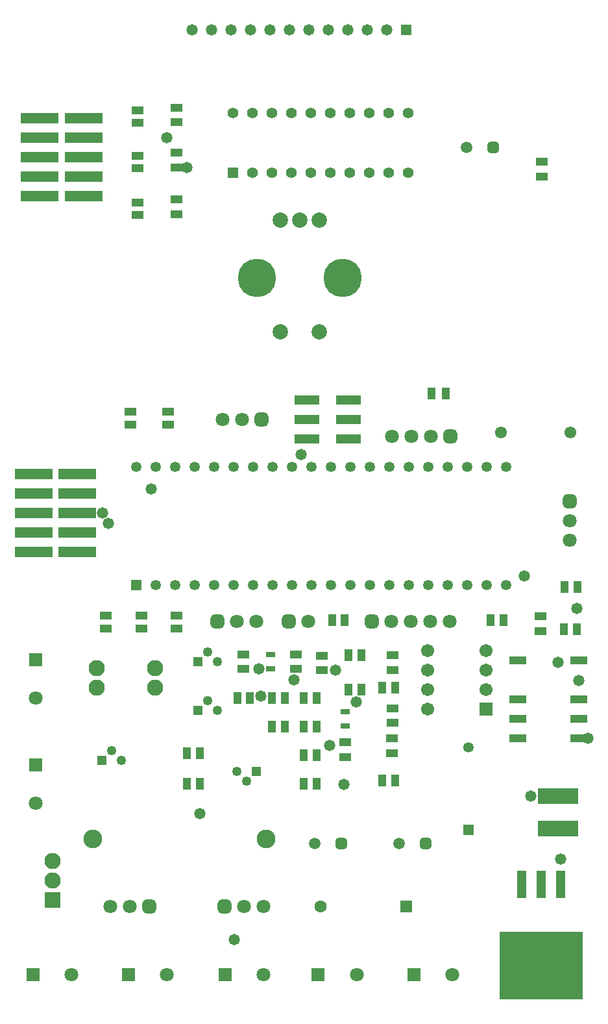
<source format=gbr>
G04*
G04 #@! TF.GenerationSoftware,Altium Limited,Altium Designer,24.4.1 (13)*
G04*
G04 Layer_Color=8388736*
%FSLAX25Y25*%
%MOIN*%
G70*
G04*
G04 #@! TF.SameCoordinates,58F61C8A-C965-4830-B12A-95CD484E7F12*
G04*
G04*
G04 #@! TF.FilePolarity,Negative*
G04*
G01*
G75*
%ADD18R,0.04147X0.06115*%
%ADD19R,0.06115X0.04147*%
%ADD20R,0.19501X0.05524*%
%ADD21R,0.05918X0.04343*%
%ADD22R,0.04737X0.14186*%
%ADD23R,0.42926X0.34658*%
%ADD24R,0.20879X0.08280*%
%ADD25R,0.13005X0.04737*%
%ADD26R,0.04343X0.05918*%
%ADD27R,0.05118X0.02756*%
%ADD28R,0.08661X0.03937*%
%ADD29C,0.07887*%
%ADD30C,0.19698*%
%ADD31C,0.05918*%
G04:AMPARAMS|DCode=32|XSize=59.18mil|YSize=59.18mil|CornerRadius=16.8mil|HoleSize=0mil|Usage=FLASHONLY|Rotation=0.000|XOffset=0mil|YOffset=0mil|HoleType=Round|Shape=RoundedRectangle|*
%AMROUNDEDRECTD32*
21,1,0.05918,0.02559,0,0,0.0*
21,1,0.02559,0.05918,0,0,0.0*
1,1,0.03359,0.01280,-0.01280*
1,1,0.03359,-0.01280,-0.01280*
1,1,0.03359,-0.01280,0.01280*
1,1,0.03359,0.01280,0.01280*
%
%ADD32ROUNDEDRECTD32*%
%ADD33C,0.04934*%
%ADD34R,0.04934X0.04934*%
%ADD35C,0.08300*%
%ADD36R,0.07099X0.07099*%
%ADD37C,0.07099*%
G04:AMPARAMS|DCode=38|XSize=70.99mil|YSize=70.99mil|CornerRadius=19.75mil|HoleSize=0mil|Usage=FLASHONLY|Rotation=180.000|XOffset=0mil|YOffset=0mil|HoleType=Round|Shape=RoundedRectangle|*
%AMROUNDEDRECTD38*
21,1,0.07099,0.03150,0,0,180.0*
21,1,0.03150,0.07099,0,0,180.0*
1,1,0.03950,-0.01575,0.01575*
1,1,0.03950,0.01575,0.01575*
1,1,0.03950,0.01575,-0.01575*
1,1,0.03950,-0.01575,-0.01575*
%
%ADD38ROUNDEDRECTD38*%
%ADD39R,0.07099X0.07099*%
%ADD40C,0.05800*%
%ADD41R,0.05800X0.05800*%
%ADD42C,0.05485*%
%ADD43R,0.05485X0.05485*%
%ADD44C,0.08359*%
%ADD45R,0.08359X0.08359*%
%ADD46C,0.05328*%
%ADD47R,0.05328X0.05328*%
%ADD48R,0.05315X0.05315*%
%ADD49C,0.05315*%
%ADD50C,0.06115*%
G04:AMPARAMS|DCode=51|XSize=70.99mil|YSize=70.99mil|CornerRadius=19.75mil|HoleSize=0mil|Usage=FLASHONLY|Rotation=270.000|XOffset=0mil|YOffset=0mil|HoleType=Round|Shape=RoundedRectangle|*
%AMROUNDEDRECTD51*
21,1,0.07099,0.03150,0,0,270.0*
21,1,0.03150,0.07099,0,0,270.0*
1,1,0.03950,-0.01575,-0.01575*
1,1,0.03950,-0.01575,0.01575*
1,1,0.03950,0.01575,0.01575*
1,1,0.03950,0.01575,-0.01575*
%
%ADD51ROUNDEDRECTD51*%
%ADD52C,0.09658*%
%ADD53C,0.06299*%
%ADD54R,0.06299X0.06299*%
%ADD55R,0.06706X0.06706*%
%ADD56C,0.06706*%
D18*
X199882Y167532D02*
D03*
X206378D02*
D03*
X189138Y166647D02*
D03*
X182642D02*
D03*
X299650Y197600D02*
D03*
X293154D02*
D03*
X255603Y202436D02*
D03*
X262099D02*
D03*
X159593Y118196D02*
D03*
X166089D02*
D03*
X149688Y147482D02*
D03*
X143192D02*
D03*
X99567Y134018D02*
D03*
X106063D02*
D03*
X99567Y118196D02*
D03*
X106063D02*
D03*
X143192Y162342D02*
D03*
X149688D02*
D03*
X125477D02*
D03*
X131973D02*
D03*
X199882Y120100D02*
D03*
X206378D02*
D03*
X166089Y133089D02*
D03*
X159593D02*
D03*
Y147482D02*
D03*
X166089D02*
D03*
X182642Y184245D02*
D03*
X189138D02*
D03*
X166089Y162342D02*
D03*
X159593D02*
D03*
X300098Y219291D02*
D03*
X293602D02*
D03*
X174132Y202436D02*
D03*
X180628D02*
D03*
D19*
X74235Y416745D02*
D03*
Y410249D02*
D03*
Y463993D02*
D03*
Y457497D02*
D03*
Y440713D02*
D03*
Y434217D02*
D03*
X70566Y309192D02*
D03*
Y302695D02*
D03*
X89742Y309191D02*
D03*
Y302695D02*
D03*
X57874Y198137D02*
D03*
Y204633D02*
D03*
X76097Y198137D02*
D03*
Y204633D02*
D03*
X94286Y204633D02*
D03*
Y198137D02*
D03*
D20*
X23681Y460000D02*
D03*
Y450000D02*
D03*
Y440000D02*
D03*
Y430000D02*
D03*
Y420000D02*
D03*
X46319Y460000D02*
D03*
Y450000D02*
D03*
Y440000D02*
D03*
Y430000D02*
D03*
Y420000D02*
D03*
X20671Y277419D02*
D03*
Y267419D02*
D03*
Y257419D02*
D03*
Y247419D02*
D03*
Y237419D02*
D03*
X43309Y277419D02*
D03*
Y267419D02*
D03*
Y257419D02*
D03*
Y247419D02*
D03*
Y237419D02*
D03*
D21*
X94235Y410741D02*
D03*
Y418222D02*
D03*
Y434710D02*
D03*
Y442190D02*
D03*
Y457989D02*
D03*
Y465470D02*
D03*
X281961Y430039D02*
D03*
Y437520D02*
D03*
X281277Y204293D02*
D03*
Y196812D02*
D03*
X155512Y177257D02*
D03*
Y184738D02*
D03*
X205000Y149498D02*
D03*
Y156978D02*
D03*
X204862Y134018D02*
D03*
Y141498D02*
D03*
X180836Y139623D02*
D03*
Y132143D02*
D03*
X205000Y176804D02*
D03*
Y184285D02*
D03*
X168898Y184127D02*
D03*
Y176647D02*
D03*
X128359Y184738D02*
D03*
Y177257D02*
D03*
D22*
X291622Y66560D02*
D03*
X281622D02*
D03*
X271622D02*
D03*
D23*
X281622Y24828D02*
D03*
D24*
X290185Y111833D02*
D03*
Y95297D02*
D03*
D25*
X182388Y295176D02*
D03*
X161128D02*
D03*
X182388Y305176D02*
D03*
Y315176D02*
D03*
X161128Y305176D02*
D03*
Y315176D02*
D03*
D26*
X232516Y318560D02*
D03*
X225035D02*
D03*
D27*
X180934Y147876D02*
D03*
Y155357D02*
D03*
X142315Y177257D02*
D03*
Y184738D02*
D03*
D28*
X300929Y181588D02*
D03*
Y161588D02*
D03*
Y151588D02*
D03*
Y141588D02*
D03*
X269433D02*
D03*
Y151588D02*
D03*
Y161588D02*
D03*
Y181588D02*
D03*
D29*
X147638Y407480D02*
D03*
X167323D02*
D03*
X157480D02*
D03*
X147638Y350394D02*
D03*
X167323D02*
D03*
D30*
X179527Y377953D02*
D03*
X135433D02*
D03*
D31*
X208445Y87577D02*
D03*
X243110Y445000D02*
D03*
X165000Y87577D02*
D03*
D32*
X222224D02*
D03*
X256890Y445000D02*
D03*
X178780Y87577D02*
D03*
D33*
X65974Y130175D02*
D03*
X60974Y135175D02*
D03*
X115000Y180840D02*
D03*
X110000Y185840D02*
D03*
Y161043D02*
D03*
X115000Y156043D02*
D03*
X130118Y119496D02*
D03*
X125118Y124496D02*
D03*
D34*
X55974Y130175D02*
D03*
X105000Y180840D02*
D03*
Y156043D02*
D03*
X135118Y124496D02*
D03*
D35*
X53109Y167812D02*
D03*
Y177812D02*
D03*
X83109D02*
D03*
Y167812D02*
D03*
D36*
X21680Y181956D02*
D03*
Y128039D02*
D03*
D37*
X117667Y305176D02*
D03*
X127667D02*
D03*
X40189Y20399D02*
D03*
X89306D02*
D03*
X235897D02*
D03*
X186654D02*
D03*
X138681D02*
D03*
X21680Y108354D02*
D03*
X224862Y296513D02*
D03*
X214862D02*
D03*
X204862D02*
D03*
X296083Y253364D02*
D03*
Y243364D02*
D03*
X70221Y55197D02*
D03*
X60221D02*
D03*
X21680Y162271D02*
D03*
X125173Y201575D02*
D03*
X135173D02*
D03*
X161693Y201575D02*
D03*
X214387Y201609D02*
D03*
X204387D02*
D03*
X224387D02*
D03*
X234387D02*
D03*
X138839Y55197D02*
D03*
X128839D02*
D03*
D38*
X137667Y305176D02*
D03*
X234862Y296513D02*
D03*
X80221Y55197D02*
D03*
X115173Y201575D02*
D03*
X151693Y201575D02*
D03*
X194387Y201609D02*
D03*
X118839Y55197D02*
D03*
D39*
X20504Y20399D02*
D03*
X69621D02*
D03*
X216212D02*
D03*
X166969D02*
D03*
X118996D02*
D03*
D40*
X142126Y505311D02*
D03*
X152126D02*
D03*
X132126D02*
D03*
X122126D02*
D03*
X112126D02*
D03*
X102126D02*
D03*
X162126D02*
D03*
X172126D02*
D03*
X182126D02*
D03*
X192126D02*
D03*
X202126D02*
D03*
X305524Y141588D02*
D03*
X290099Y180600D02*
D03*
X89200Y450100D02*
D03*
X180000Y118100D02*
D03*
X276033Y111833D02*
D03*
X158000Y287300D02*
D03*
X186400Y160200D02*
D03*
X137600Y163300D02*
D03*
X272800Y225100D02*
D03*
X81300Y269600D02*
D03*
X136443Y177257D02*
D03*
X299650Y208400D02*
D03*
X99600Y434710D02*
D03*
X175800Y176647D02*
D03*
X106063Y102900D02*
D03*
X123900Y38400D02*
D03*
X300800Y171400D02*
D03*
X172900Y137977D02*
D03*
X154600Y171600D02*
D03*
X59300Y252100D02*
D03*
X56000Y257419D02*
D03*
X291622Y79600D02*
D03*
D41*
X212126Y505311D02*
D03*
D42*
X123020Y462733D02*
D03*
X133020D02*
D03*
X143020D02*
D03*
X153020D02*
D03*
X163020D02*
D03*
X173020D02*
D03*
X183020D02*
D03*
X193020D02*
D03*
X203020D02*
D03*
X213020D02*
D03*
Y432103D02*
D03*
X203020D02*
D03*
X193020D02*
D03*
X183020D02*
D03*
X173020D02*
D03*
X163020D02*
D03*
X153020D02*
D03*
X143020D02*
D03*
X133020D02*
D03*
D43*
X123020D02*
D03*
D44*
X30347Y78575D02*
D03*
Y68575D02*
D03*
D45*
Y58575D02*
D03*
D46*
X243993Y136844D02*
D03*
D47*
Y94718D02*
D03*
D48*
X73592Y220389D02*
D03*
D49*
X83592D02*
D03*
X93592D02*
D03*
X103592D02*
D03*
X113592D02*
D03*
X123592D02*
D03*
X133592D02*
D03*
X143592D02*
D03*
X153592D02*
D03*
X163592D02*
D03*
X173592D02*
D03*
X183592D02*
D03*
X193592D02*
D03*
X203592D02*
D03*
X213592D02*
D03*
X223592D02*
D03*
X233592D02*
D03*
X243592D02*
D03*
X253592D02*
D03*
X263592D02*
D03*
Y281139D02*
D03*
X253592D02*
D03*
X243592D02*
D03*
X233592D02*
D03*
X223592D02*
D03*
X213592D02*
D03*
X203592D02*
D03*
X193592D02*
D03*
X183592D02*
D03*
X173592D02*
D03*
X163592D02*
D03*
X153592D02*
D03*
X143592D02*
D03*
X133592D02*
D03*
X123592D02*
D03*
X113592D02*
D03*
X103592D02*
D03*
X93592D02*
D03*
X83592D02*
D03*
X73592D02*
D03*
D50*
X260963Y298560D02*
D03*
X296397D02*
D03*
D51*
X296083Y263364D02*
D03*
D52*
X140000Y90103D02*
D03*
X51024D02*
D03*
D53*
X168175Y55275D02*
D03*
D54*
X212034D02*
D03*
D55*
X253165Y156647D02*
D03*
D56*
Y166647D02*
D03*
Y176647D02*
D03*
Y186647D02*
D03*
X223165Y156647D02*
D03*
Y166647D02*
D03*
Y176647D02*
D03*
Y186647D02*
D03*
M02*

</source>
